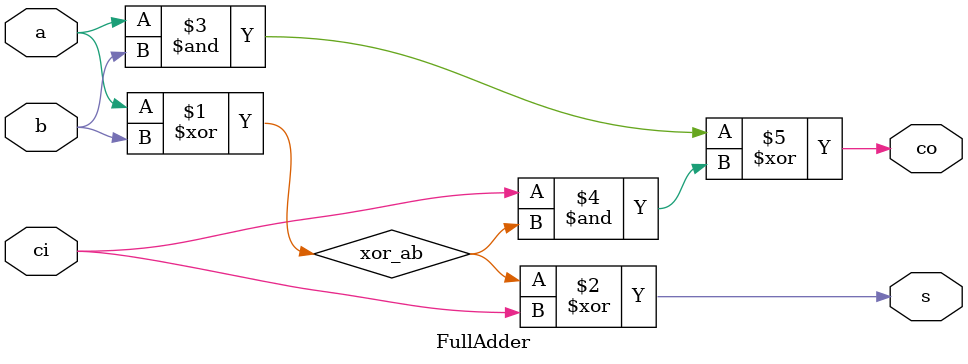
<source format=v>
module FullAdder(
    input a,
    input b,
    input ci,
    output s,
    output co
);
    wire xor_ab;
    assign xor_ab = a ^ b;
    assign s = xor_ab ^ ci;
    assign co = (a & b) ^ (ci & xor_ab);
endmodule
</source>
